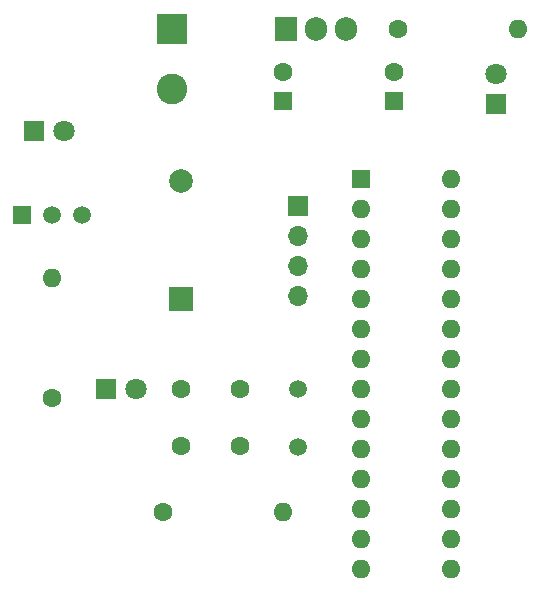
<source format=gbr>
%TF.GenerationSoftware,KiCad,Pcbnew,(5.1.12)-1*%
%TF.CreationDate,2022-04-15T16:44:04+05:30*%
%TF.ProjectId,blind_gloves,626c696e-645f-4676-9c6f-7665732e6b69,rev?*%
%TF.SameCoordinates,Original*%
%TF.FileFunction,Soldermask,Top*%
%TF.FilePolarity,Negative*%
%FSLAX46Y46*%
G04 Gerber Fmt 4.6, Leading zero omitted, Abs format (unit mm)*
G04 Created by KiCad (PCBNEW (5.1.12)-1) date 2022-04-15 16:44:04*
%MOMM*%
%LPD*%
G01*
G04 APERTURE LIST*
%ADD10C,1.500000*%
%ADD11R,1.500000X1.500000*%
%ADD12C,1.800000*%
%ADD13R,1.800000X1.800000*%
%ADD14O,1.600000X1.600000*%
%ADD15R,1.600000X1.600000*%
%ADD16O,1.905000X2.000000*%
%ADD17R,1.905000X2.000000*%
%ADD18C,1.600000*%
%ADD19O,1.700000X1.700000*%
%ADD20R,1.700000X1.700000*%
%ADD21C,2.600000*%
%ADD22R,2.600000X2.600000*%
%ADD23R,2.000000X2.000000*%
%ADD24C,2.000000*%
G04 APERTURE END LIST*
D10*
%TO.C,Y1*%
X104648000Y-91494000D03*
X104648000Y-86614000D03*
%TD*%
D11*
%TO.C,Q1*%
X81280000Y-71882000D03*
D10*
X86360000Y-71882000D03*
X83820000Y-71882000D03*
%TD*%
D12*
%TO.C,D3*%
X84836000Y-64770000D03*
D13*
X82296000Y-64770000D03*
%TD*%
D14*
%TO.C,U2*%
X117602000Y-68834000D03*
X109982000Y-101854000D03*
X117602000Y-71374000D03*
X109982000Y-99314000D03*
X117602000Y-73914000D03*
X109982000Y-96774000D03*
X117602000Y-76454000D03*
X109982000Y-94234000D03*
X117602000Y-78994000D03*
X109982000Y-91694000D03*
X117602000Y-81534000D03*
X109982000Y-89154000D03*
X117602000Y-84074000D03*
X109982000Y-86614000D03*
X117602000Y-86614000D03*
X109982000Y-84074000D03*
X117602000Y-89154000D03*
X109982000Y-81534000D03*
X117602000Y-91694000D03*
X109982000Y-78994000D03*
X117602000Y-94234000D03*
X109982000Y-76454000D03*
X117602000Y-96774000D03*
X109982000Y-73914000D03*
X117602000Y-99314000D03*
X109982000Y-71374000D03*
X117602000Y-101854000D03*
D15*
X109982000Y-68834000D03*
%TD*%
D16*
%TO.C,U1*%
X108712000Y-56134000D03*
X106172000Y-56134000D03*
D17*
X103632000Y-56134000D03*
%TD*%
D14*
%TO.C,R3*%
X83820000Y-77216000D03*
D18*
X83820000Y-87376000D03*
%TD*%
D14*
%TO.C,R2*%
X103378000Y-97028000D03*
D18*
X93218000Y-97028000D03*
%TD*%
D14*
%TO.C,R1*%
X123317000Y-56134000D03*
D18*
X113157000Y-56134000D03*
%TD*%
D19*
%TO.C,J2*%
X104648000Y-78740000D03*
X104648000Y-76200000D03*
X104648000Y-73660000D03*
D20*
X104648000Y-71120000D03*
%TD*%
D21*
%TO.C,J1*%
X93980000Y-61214000D03*
D22*
X93980000Y-56134000D03*
%TD*%
D12*
%TO.C,D2*%
X90932000Y-86614000D03*
D13*
X88392000Y-86614000D03*
%TD*%
D12*
%TO.C,D1*%
X121412000Y-59944000D03*
D13*
X121412000Y-62484000D03*
%TD*%
D18*
%TO.C,C4*%
X99742000Y-91440000D03*
X94742000Y-91440000D03*
%TD*%
%TO.C,C3*%
X99742000Y-86614000D03*
X94742000Y-86614000D03*
%TD*%
%TO.C,C2*%
X112776000Y-59730000D03*
D15*
X112776000Y-62230000D03*
%TD*%
D18*
%TO.C,C1*%
X103378000Y-59730000D03*
D15*
X103378000Y-62230000D03*
%TD*%
D23*
%TO.C,BZ1*%
X94742000Y-78994000D03*
D24*
X94742000Y-68994000D03*
%TD*%
M02*

</source>
